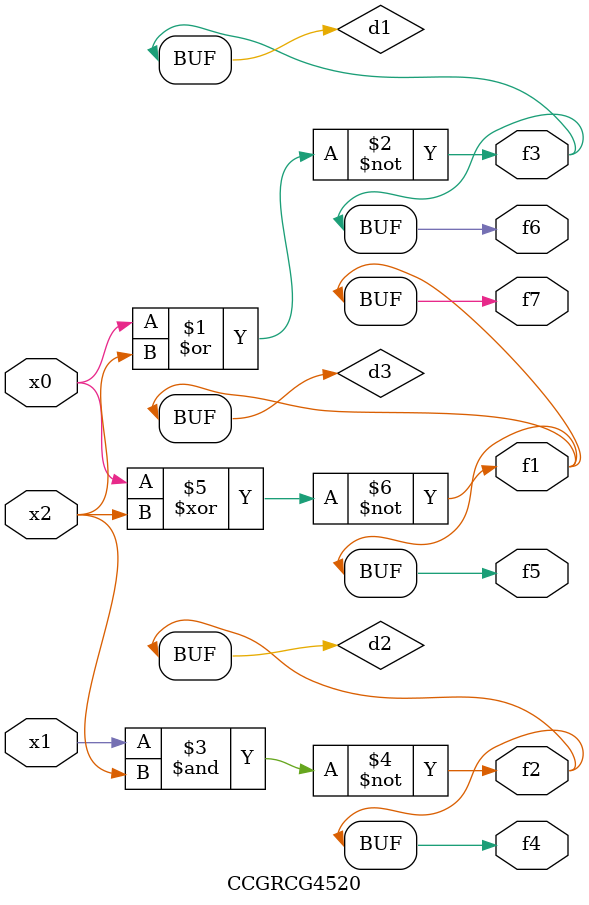
<source format=v>
module CCGRCG4520(
	input x0, x1, x2,
	output f1, f2, f3, f4, f5, f6, f7
);

	wire d1, d2, d3;

	nor (d1, x0, x2);
	nand (d2, x1, x2);
	xnor (d3, x0, x2);
	assign f1 = d3;
	assign f2 = d2;
	assign f3 = d1;
	assign f4 = d2;
	assign f5 = d3;
	assign f6 = d1;
	assign f7 = d3;
endmodule

</source>
